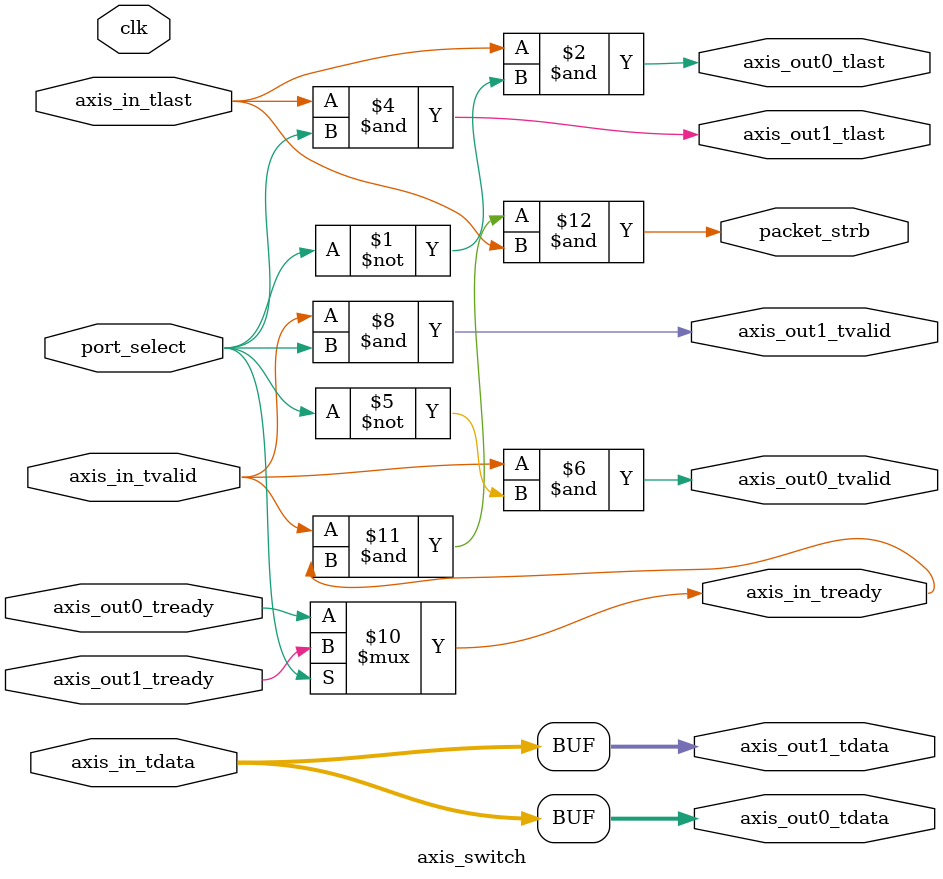
<source format=v>

/*
    Accepts an AXI-stream input and directs it to one of two AXI-stream outputs
*/

module axis_switch # (parameter DW=512)
(
    
    // This doesn't do anything and is here to keep Vivado happy
    input clk,

    // This selects which output is connected to the input
    input port_select,

    // Strobes high for one cycle every time we see a packet
    output packet_strb,

    // The input stream
    input[DW-1:0] axis_in_tdata,
    input         axis_in_tlast,
    input         axis_in_tvalid,
    output        axis_in_tready,

    // Output steam #0
    output[DW-1:0] axis_out0_tdata,
    output         axis_out0_tlast,
    output         axis_out0_tvalid,
    input          axis_out0_tready,

    // Output steam #1
    output[DW-1:0] axis_out1_tdata,
    output         axis_out1_tlast,
    output         axis_out1_tvalid,
    input          axis_out1_tready
);

// Connect the TDATA input to the TDATA outputs
assign axis_out0_tdata = axis_in_tdata;
assign axis_out1_tdata = axis_in_tdata;

// The output TLAST lines are driven from the input TVALID line
assign axis_out0_tlast = axis_in_tlast & (port_select == 0);
assign axis_out1_tlast = axis_in_tlast & (port_select == 1);

// The output TVALID lines are driven from the input TVALID line
assign axis_out0_tvalid = axis_in_tvalid & (port_select == 0);
assign axis_out1_tvalid = axis_in_tvalid & (port_select == 1);

// The input TREADY signal is ready when the output TREADY signal is ready
assign axis_in_tready = (port_select == 0) ? axis_out0_tready : axis_out1_tready;

// This strobes high for one cycle at the end of every packet
assign packet_strb = axis_in_tvalid & axis_in_tready & axis_in_tlast;

endmodule




</source>
